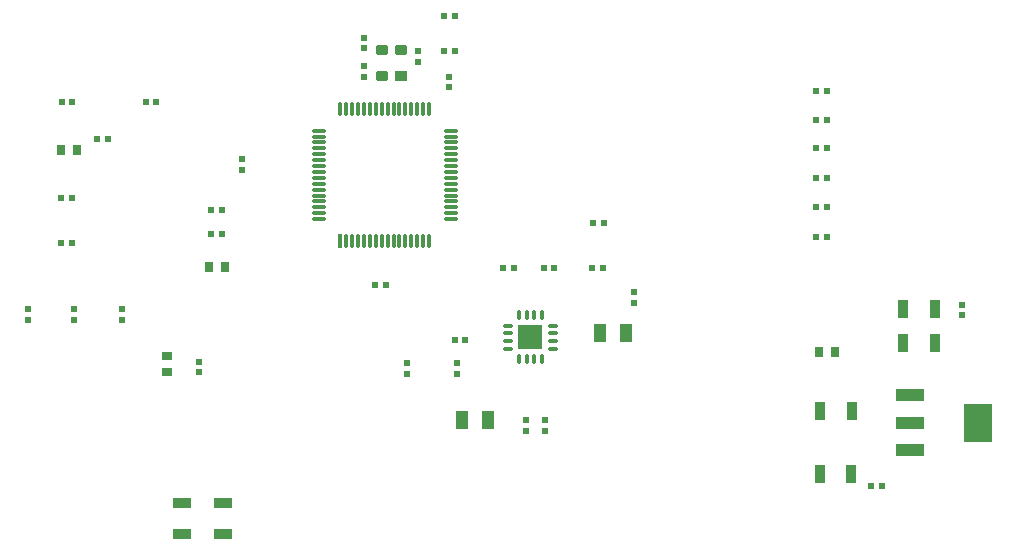
<source format=gtp>
G04*
G04 #@! TF.GenerationSoftware,Altium Limited,Altium Designer,18.1.7 (191)*
G04*
G04 Layer_Color=8421504*
%FSLAX25Y25*%
%MOIN*%
G70*
G01*
G75*
%ADD15R,0.02441X0.02441*%
%ADD16R,0.02165X0.02165*%
%ADD17R,0.01181X0.04921*%
%ADD18O,0.01181X0.04921*%
%ADD19O,0.04921X0.01181*%
%ADD20R,0.06299X0.03740*%
%ADD21R,0.03740X0.06299*%
%ADD22R,0.02165X0.02165*%
%ADD23R,0.03937X0.05906*%
%ADD24R,0.02441X0.02441*%
G04:AMPARAMS|DCode=25|XSize=35.43mil|YSize=39.37mil|CornerRadius=8.86mil|HoleSize=0mil|Usage=FLASHONLY|Rotation=90.000|XOffset=0mil|YOffset=0mil|HoleType=Round|Shape=RoundedRectangle|*
%AMROUNDEDRECTD25*
21,1,0.03543,0.02165,0,0,90.0*
21,1,0.01772,0.03937,0,0,90.0*
1,1,0.01772,0.01083,0.00886*
1,1,0.01772,0.01083,-0.00886*
1,1,0.01772,-0.01083,-0.00886*
1,1,0.01772,-0.01083,0.00886*
%
%ADD25ROUNDEDRECTD25*%
%ADD26R,0.03937X0.03543*%
%ADD27R,0.09449X0.12992*%
%ADD28R,0.09449X0.03937*%
%ADD29R,0.02756X0.03347*%
%ADD30R,0.03347X0.02756*%
%ADD31O,0.03347X0.01181*%
%ADD32O,0.01181X0.03347*%
%ADD33R,0.08189X0.08189*%
D15*
X259189Y281448D02*
D03*
X262811D02*
D03*
X436067Y258000D02*
D03*
X439689D02*
D03*
X363689Y252500D02*
D03*
X367311D02*
D03*
X436378Y273000D02*
D03*
X440000D02*
D03*
X312811Y269500D02*
D03*
X309189D02*
D03*
X532811Y185500D02*
D03*
X529189D02*
D03*
X271189Y301000D02*
D03*
X274811D02*
D03*
X259189Y266448D02*
D03*
X262811D02*
D03*
X386689Y330500D02*
D03*
X390311D02*
D03*
X312811Y277500D02*
D03*
X309189D02*
D03*
D16*
X450000Y250000D02*
D03*
Y246457D02*
D03*
X391000Y226272D02*
D03*
Y222728D02*
D03*
X420500Y203728D02*
D03*
Y207272D02*
D03*
X414000Y203728D02*
D03*
Y207272D02*
D03*
X374500Y222728D02*
D03*
Y226272D02*
D03*
D17*
X352189Y267102D02*
D03*
D18*
X354157D02*
D03*
X356126D02*
D03*
X358094D02*
D03*
X360063D02*
D03*
X362032D02*
D03*
X364000D02*
D03*
X365969D02*
D03*
X367937D02*
D03*
X369906D02*
D03*
X371874D02*
D03*
X373843D02*
D03*
X375811D02*
D03*
X377780D02*
D03*
X379748D02*
D03*
X381717D02*
D03*
Y311000D02*
D03*
X379748D02*
D03*
X377780D02*
D03*
X375811D02*
D03*
X373843D02*
D03*
X371874D02*
D03*
X369906D02*
D03*
X367937D02*
D03*
X365969D02*
D03*
X364000D02*
D03*
X362032D02*
D03*
X360063D02*
D03*
X358094D02*
D03*
X356126D02*
D03*
X354157D02*
D03*
X352189D02*
D03*
D19*
X388902Y274287D02*
D03*
Y276256D02*
D03*
Y278224D02*
D03*
Y280193D02*
D03*
Y282161D02*
D03*
Y284130D02*
D03*
Y286098D02*
D03*
Y288067D02*
D03*
Y290035D02*
D03*
Y292004D02*
D03*
Y293972D02*
D03*
Y295941D02*
D03*
Y297909D02*
D03*
Y299878D02*
D03*
Y301846D02*
D03*
Y303815D02*
D03*
X345004D02*
D03*
Y301846D02*
D03*
Y299878D02*
D03*
Y297909D02*
D03*
Y295941D02*
D03*
Y293972D02*
D03*
Y292004D02*
D03*
Y290035D02*
D03*
Y288067D02*
D03*
Y286098D02*
D03*
Y284130D02*
D03*
Y282161D02*
D03*
Y280193D02*
D03*
Y278224D02*
D03*
Y276256D02*
D03*
Y274287D02*
D03*
D20*
X313000Y169283D02*
D03*
Y179717D02*
D03*
X299500D02*
D03*
Y169284D02*
D03*
D21*
X522598Y210500D02*
D03*
X512165D02*
D03*
X522382Y189500D02*
D03*
X511949D02*
D03*
X550217Y233000D02*
D03*
X539783D02*
D03*
X550216Y244500D02*
D03*
X539783D02*
D03*
D22*
X390272Y342000D02*
D03*
X386728D02*
D03*
X393772Y234000D02*
D03*
X390228D02*
D03*
X510728Y317000D02*
D03*
X514272D02*
D03*
X510728Y307500D02*
D03*
X514272D02*
D03*
X510728Y278500D02*
D03*
X514272D02*
D03*
X510728Y268500D02*
D03*
X514272D02*
D03*
X510728Y288000D02*
D03*
X514272D02*
D03*
X510728Y298000D02*
D03*
X514272D02*
D03*
X410000Y258000D02*
D03*
X406457D02*
D03*
X419957D02*
D03*
X423500D02*
D03*
X287228Y313500D02*
D03*
X290772D02*
D03*
X262772D02*
D03*
X259228D02*
D03*
D23*
X401331Y207500D02*
D03*
X392669D02*
D03*
X438838Y236280D02*
D03*
X447500D02*
D03*
D24*
X388500Y321811D02*
D03*
Y318189D02*
D03*
X378000Y326689D02*
D03*
Y330311D02*
D03*
X360000Y331189D02*
D03*
Y334811D02*
D03*
Y321689D02*
D03*
Y325311D02*
D03*
X319500Y294311D02*
D03*
Y290689D02*
D03*
X279500Y240689D02*
D03*
Y244311D02*
D03*
X263500Y240689D02*
D03*
Y244311D02*
D03*
X248000Y240689D02*
D03*
Y244311D02*
D03*
X559500Y245811D02*
D03*
Y242189D02*
D03*
X305000Y226811D02*
D03*
Y223189D02*
D03*
D25*
X366201Y322000D02*
D03*
Y330661D02*
D03*
X372500D02*
D03*
D26*
Y322000D02*
D03*
D27*
X564799Y206500D02*
D03*
D28*
X541964Y215555D02*
D03*
Y197445D02*
D03*
Y206500D02*
D03*
D29*
X308244Y258500D02*
D03*
X313756D02*
D03*
X511626Y230000D02*
D03*
X517138D02*
D03*
X264500Y297448D02*
D03*
X258988D02*
D03*
D30*
X294500Y223244D02*
D03*
Y228756D02*
D03*
D31*
X408020Y238839D02*
D03*
Y236280D02*
D03*
Y233720D02*
D03*
Y231161D02*
D03*
X422980D02*
D03*
Y233720D02*
D03*
Y236280D02*
D03*
Y238839D02*
D03*
D32*
X411661Y227520D02*
D03*
X414220D02*
D03*
X416780D02*
D03*
X419339D02*
D03*
Y242480D02*
D03*
X416780D02*
D03*
X414220D02*
D03*
X411661D02*
D03*
D33*
X415500Y235000D02*
D03*
M02*

</source>
